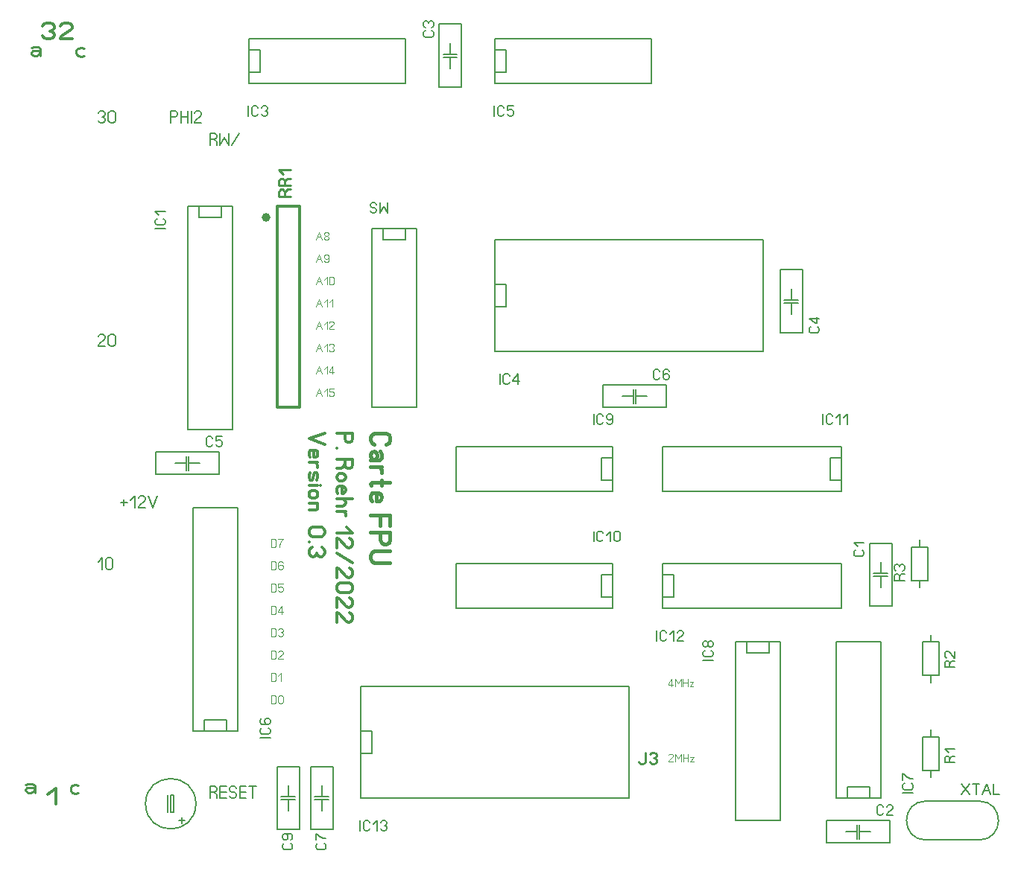
<source format=gbr>
%FSLAX34Y34*%
%MOMM*%
%LNSILK_TOP*%
G71*
G01*
%ADD10C,0.318*%
%ADD11C,0.222*%
%ADD12C,0.150*%
%ADD13C,0.206*%
%ADD14C,0.111*%
%ADD15C,0.300*%
%ADD16C,1.000*%
%ADD17C,0.238*%
%ADD18C,0.397*%
%ADD19C,0.167*%
%LPD*%
G54D10*
X101600Y30161D02*
X110489Y36828D01*
X110489Y19050D01*
G54D11*
X136627Y31426D02*
X133071Y30760D01*
X129515Y31426D01*
X127738Y33649D01*
X127738Y38093D01*
X129515Y40315D01*
X133071Y40760D01*
X136627Y40315D01*
G54D11*
X76200Y40639D02*
X79755Y41750D01*
X84022Y41750D01*
X86867Y39528D01*
X86867Y31750D01*
G54D11*
X86867Y35083D02*
X85089Y37306D01*
X81533Y37750D01*
X77978Y37306D01*
X76200Y35083D01*
X76911Y32861D01*
X79755Y31750D01*
X81533Y31750D01*
X82244Y31750D01*
X85089Y32861D01*
X86867Y35083D01*
G54D10*
X95250Y903444D02*
X97028Y905667D01*
X100583Y906778D01*
X104139Y906778D01*
X107694Y905667D01*
X109472Y903444D01*
X109472Y901222D01*
X107694Y899000D01*
X104139Y897889D01*
X107694Y896778D01*
X109472Y894556D01*
X109472Y892333D01*
X107694Y890111D01*
X104139Y889000D01*
X100583Y889000D01*
X97028Y890111D01*
X95250Y892333D01*
G54D10*
X129916Y889000D02*
X115694Y889000D01*
X115694Y890111D01*
X117472Y892333D01*
X128138Y899000D01*
X129916Y901222D01*
X129916Y903444D01*
X128138Y905667D01*
X124583Y906778D01*
X121027Y906778D01*
X117472Y905667D01*
X115694Y903444D01*
G54D11*
X142977Y869626D02*
X139421Y868960D01*
X135865Y869626D01*
X134088Y871849D01*
X134088Y876293D01*
X135865Y878515D01*
X139421Y878960D01*
X142977Y878515D01*
G54D11*
X82550Y878839D02*
X86106Y879950D01*
X90372Y879950D01*
X93217Y877728D01*
X93217Y869950D01*
G54D11*
X93217Y873283D02*
X91439Y875506D01*
X87883Y875950D01*
X84328Y875506D01*
X82550Y873283D01*
X83261Y871061D01*
X86106Y869950D01*
X87883Y869950D01*
X88594Y869950D01*
X91439Y871061D01*
X93217Y873283D01*
G54D12*
X311150Y698500D02*
X260350Y698500D01*
X260350Y444500D01*
X311150Y444500D01*
X311150Y698500D01*
G54D12*
X298450Y698500D02*
X273050Y698500D01*
X273050Y685800D01*
X298450Y685800D01*
X298450Y698500D01*
G54D13*
X235055Y673545D02*
X223500Y673545D01*
G54D13*
X232889Y684522D02*
X234333Y683656D01*
X235055Y681922D01*
X235055Y680189D01*
X234333Y678456D01*
X232889Y677589D01*
X225667Y677589D01*
X224222Y678456D01*
X223500Y680189D01*
X223500Y681922D01*
X224222Y683656D01*
X225667Y684522D01*
G54D13*
X227833Y688566D02*
X223500Y692899D01*
X235055Y692899D01*
G54D14*
X406400Y660400D02*
X409733Y669289D01*
X413067Y660400D01*
G54D14*
X407733Y663733D02*
X411733Y663733D01*
G54D14*
X418844Y664844D02*
X417511Y664844D01*
X416178Y665400D01*
X415511Y666511D01*
X415511Y667622D01*
X416178Y668733D01*
X417511Y669289D01*
X418844Y669289D01*
X420178Y668733D01*
X420844Y667622D01*
X420844Y666511D01*
X420178Y665400D01*
X418844Y664844D01*
X420178Y664289D01*
X420844Y663178D01*
X420844Y662067D01*
X420178Y660956D01*
X418844Y660400D01*
X417511Y660400D01*
X416178Y660956D01*
X415511Y662067D01*
X415511Y663178D01*
X416178Y664289D01*
X417511Y664844D01*
G54D14*
X406400Y635000D02*
X409733Y643889D01*
X413067Y635000D01*
G54D14*
X407733Y638333D02*
X411733Y638333D01*
G54D14*
X415511Y636667D02*
X416178Y635556D01*
X417511Y635000D01*
X418844Y635000D01*
X420178Y635556D01*
X420844Y636667D01*
X420844Y639444D01*
X420844Y640000D01*
X418844Y638889D01*
X417511Y638889D01*
X416178Y639444D01*
X415511Y640556D01*
X415511Y642222D01*
X416178Y643333D01*
X417511Y643889D01*
X418844Y643889D01*
X420178Y643333D01*
X420844Y642222D01*
X420844Y639444D01*
G54D14*
X406400Y609600D02*
X409733Y618489D01*
X413067Y609600D01*
G54D14*
X407733Y612933D02*
X411733Y612933D01*
G54D14*
X415511Y615156D02*
X418844Y618489D01*
X418844Y609600D01*
G54D14*
X426621Y616822D02*
X426621Y611267D01*
X425955Y610156D01*
X424621Y609600D01*
X423288Y609600D01*
X421955Y610156D01*
X421288Y611267D01*
X421288Y616822D01*
X421955Y617933D01*
X423288Y618489D01*
X424621Y618489D01*
X425955Y617933D01*
X426621Y616822D01*
G54D14*
X406400Y584200D02*
X409733Y593089D01*
X413067Y584200D01*
G54D14*
X407733Y587533D02*
X411733Y587533D01*
G54D14*
X415511Y589756D02*
X418844Y593089D01*
X418844Y584200D01*
G54D14*
X421288Y589756D02*
X424621Y593089D01*
X424621Y584200D01*
G54D14*
X406400Y558800D02*
X409733Y567689D01*
X413067Y558800D01*
G54D14*
X407733Y562133D02*
X411733Y562133D01*
G54D14*
X415511Y564356D02*
X418844Y567689D01*
X418844Y558800D01*
G54D14*
X426621Y558800D02*
X421288Y558800D01*
X421288Y559356D01*
X421955Y560467D01*
X425955Y563800D01*
X426621Y564911D01*
X426621Y566022D01*
X425955Y567133D01*
X424621Y567689D01*
X423288Y567689D01*
X421955Y567133D01*
X421288Y566022D01*
G54D14*
X406400Y533400D02*
X409733Y542289D01*
X413067Y533400D01*
G54D14*
X407733Y536733D02*
X411733Y536733D01*
G54D14*
X415511Y538956D02*
X418844Y542289D01*
X418844Y533400D01*
G54D14*
X421288Y540622D02*
X421955Y541733D01*
X423288Y542289D01*
X424621Y542289D01*
X425955Y541733D01*
X426621Y540622D01*
X426621Y539511D01*
X425955Y538400D01*
X424621Y537844D01*
X425955Y537289D01*
X426621Y536178D01*
X426621Y535067D01*
X425955Y533956D01*
X424621Y533400D01*
X423288Y533400D01*
X421955Y533956D01*
X421288Y535067D01*
G54D14*
X406400Y508000D02*
X409733Y516889D01*
X413067Y508000D01*
G54D14*
X407733Y511333D02*
X411733Y511333D01*
G54D14*
X415511Y513556D02*
X418844Y516889D01*
X418844Y508000D01*
G54D14*
X425288Y508000D02*
X425288Y516889D01*
X421288Y511333D01*
X421288Y510222D01*
X426621Y510222D01*
G54D14*
X406400Y482600D02*
X409733Y491489D01*
X413067Y482600D01*
G54D14*
X407733Y485933D02*
X411733Y485933D01*
G54D14*
X415511Y488156D02*
X418844Y491489D01*
X418844Y482600D01*
G54D14*
X426621Y491489D02*
X421288Y491489D01*
X421288Y487600D01*
X421955Y487600D01*
X423288Y488156D01*
X424621Y488156D01*
X425955Y487600D01*
X426621Y486489D01*
X426621Y484267D01*
X425955Y483156D01*
X424621Y482600D01*
X423288Y482600D01*
X421955Y483156D01*
X421288Y484267D01*
G54D15*
X361950Y469900D02*
X361950Y698500D01*
X387350Y698500D01*
X387350Y469900D01*
X361950Y469900D01*
X349250Y685800D02*
G54D16*
D03*
G54D17*
X371083Y713700D02*
X372750Y716700D01*
X374417Y717700D01*
X377750Y717700D01*
G54D17*
X377750Y709700D02*
X364417Y709700D01*
X364417Y714700D01*
X365250Y716700D01*
X366917Y717700D01*
X368583Y717700D01*
X370250Y716700D01*
X371083Y714700D01*
X371083Y709700D01*
G54D17*
X371083Y726367D02*
X372750Y729367D01*
X374417Y730367D01*
X377750Y730367D01*
G54D17*
X377750Y722367D02*
X364417Y722367D01*
X364417Y727367D01*
X365250Y729367D01*
X366917Y730367D01*
X368583Y730367D01*
X370250Y729367D01*
X371083Y727367D01*
X371083Y722367D01*
G54D17*
X369417Y735034D02*
X364417Y740034D01*
X377750Y740034D01*
G54D12*
X330200Y889000D02*
X330200Y838200D01*
X508000Y838200D01*
X508000Y889000D01*
X330200Y889000D01*
G54D12*
X330200Y876300D02*
X330200Y850900D01*
X342900Y850900D01*
X342900Y876300D01*
X330200Y876300D01*
G54D13*
X329450Y801350D02*
X329450Y812906D01*
G54D13*
X340427Y803517D02*
X339561Y802072D01*
X337827Y801350D01*
X336094Y801350D01*
X334361Y802072D01*
X333494Y803517D01*
X333494Y810739D01*
X334361Y812183D01*
X336094Y812906D01*
X337827Y812906D01*
X339561Y812183D01*
X340427Y810739D01*
G54D13*
X344471Y810739D02*
X345338Y812183D01*
X347071Y812906D01*
X348804Y812906D01*
X350538Y812183D01*
X351404Y810739D01*
X351404Y809294D01*
X350538Y807850D01*
X348804Y807128D01*
X350538Y806406D01*
X351404Y804961D01*
X351404Y803517D01*
X350538Y802072D01*
X348804Y801350D01*
X347071Y801350D01*
X345338Y802072D01*
X344471Y803517D01*
G54D12*
X609600Y660400D02*
X609600Y533400D01*
X914400Y533400D01*
X914400Y660400D01*
X609600Y660400D01*
G54D12*
X609600Y609600D02*
X609600Y584200D01*
X622300Y584200D01*
X622300Y609600D01*
X609600Y609600D01*
G54D13*
X615200Y496550D02*
X615200Y508106D01*
G54D13*
X626178Y498717D02*
X625311Y497272D01*
X623578Y496550D01*
X621844Y496550D01*
X620111Y497272D01*
X619244Y498717D01*
X619244Y505939D01*
X620111Y507383D01*
X621844Y508106D01*
X623578Y508106D01*
X625311Y507383D01*
X626178Y505939D01*
G54D13*
X635421Y496550D02*
X635421Y508106D01*
X630222Y500883D01*
X630222Y499439D01*
X637155Y499439D01*
G54D12*
X609600Y889000D02*
X609600Y838200D01*
X787400Y838200D01*
X787400Y889000D01*
X609600Y889000D01*
G54D12*
X609600Y876300D02*
X609600Y850900D01*
X622300Y850900D01*
X622300Y876300D01*
X609600Y876300D01*
G54D13*
X608850Y801350D02*
X608850Y812906D01*
G54D13*
X619827Y803517D02*
X618961Y802072D01*
X617227Y801350D01*
X615494Y801350D01*
X613761Y802072D01*
X612894Y803517D01*
X612894Y810739D01*
X613761Y812183D01*
X615494Y812906D01*
X617227Y812906D01*
X618961Y812183D01*
X619827Y810739D01*
G54D13*
X630804Y812906D02*
X623871Y812906D01*
X623871Y807850D01*
X624738Y807850D01*
X626471Y808572D01*
X628204Y808572D01*
X629938Y807850D01*
X630804Y806406D01*
X630804Y803517D01*
X629938Y802072D01*
X628204Y801350D01*
X626471Y801350D01*
X624738Y802072D01*
X623871Y803517D01*
G54D12*
X266700Y101600D02*
X317500Y101600D01*
X317500Y355600D01*
X266700Y355600D01*
X266700Y101600D01*
G54D12*
X279400Y101600D02*
X304800Y101600D01*
X304800Y114300D01*
X279400Y114300D01*
X279400Y101600D01*
G54D13*
X354350Y94500D02*
X342794Y94500D01*
G54D13*
X352183Y105477D02*
X353628Y104611D01*
X354350Y102877D01*
X354350Y101144D01*
X353628Y99411D01*
X352183Y98544D01*
X344961Y98544D01*
X343517Y99411D01*
X342794Y101144D01*
X342794Y102877D01*
X343517Y104611D01*
X344961Y105477D01*
G54D13*
X344961Y116454D02*
X343517Y115588D01*
X342794Y113854D01*
X342794Y112121D01*
X343517Y110388D01*
X344961Y109521D01*
X348572Y109521D01*
X349294Y109521D01*
X347850Y112121D01*
X347850Y113854D01*
X348572Y115588D01*
X350017Y116454D01*
X352183Y116454D01*
X353628Y115588D01*
X354350Y113854D01*
X354350Y112121D01*
X353628Y110388D01*
X352183Y109521D01*
X348572Y109521D01*
G54D12*
X996950Y25400D02*
X1047750Y25400D01*
X1047750Y203200D01*
X996950Y203200D01*
X996950Y25400D01*
G54D12*
X1009650Y25400D02*
X1035050Y25400D01*
X1035050Y38100D01*
X1009650Y38100D01*
X1009650Y25400D01*
G54D13*
X1084600Y31130D02*
X1073044Y31130D01*
G54D13*
X1082433Y42108D02*
X1083878Y41241D01*
X1084600Y39508D01*
X1084600Y37774D01*
X1083878Y36041D01*
X1082433Y35174D01*
X1075211Y35174D01*
X1073766Y36041D01*
X1073044Y37774D01*
X1073044Y39508D01*
X1073766Y41241D01*
X1075211Y42108D01*
G54D13*
X1073044Y46151D02*
X1073044Y53085D01*
X1074489Y52218D01*
X1076656Y50485D01*
X1079544Y48751D01*
X1081711Y47885D01*
X1084600Y47885D01*
G54D12*
X1114400Y57200D02*
X1095400Y57200D01*
X1095400Y95200D01*
X1114400Y95200D01*
X1114400Y57200D01*
G54D12*
X1104900Y57100D02*
X1104900Y49200D01*
G54D12*
X1104900Y95200D02*
X1104900Y103100D01*
G54D13*
X1126372Y69666D02*
X1127816Y72266D01*
X1129261Y73133D01*
X1132150Y73133D01*
G54D13*
X1132150Y66200D02*
X1120594Y66200D01*
X1120594Y70533D01*
X1121316Y72266D01*
X1122761Y73133D01*
X1124205Y73133D01*
X1125650Y72266D01*
X1126372Y70533D01*
X1126372Y66200D01*
G54D13*
X1124927Y77176D02*
X1120594Y81510D01*
X1132150Y81510D01*
G54D12*
X1114400Y165150D02*
X1095400Y165150D01*
X1095400Y203150D01*
X1114400Y203150D01*
X1114400Y165150D01*
G54D12*
X1104900Y165050D02*
X1104900Y157150D01*
G54D12*
X1104900Y203150D02*
X1104900Y211050D01*
G54D13*
X1126372Y177616D02*
X1127816Y180216D01*
X1129261Y181083D01*
X1132150Y181083D01*
G54D13*
X1132150Y174150D02*
X1120594Y174150D01*
X1120594Y178483D01*
X1121316Y180216D01*
X1122761Y181083D01*
X1124205Y181083D01*
X1125650Y180216D01*
X1126372Y178483D01*
X1126372Y174150D01*
G54D13*
X1132150Y192060D02*
X1132150Y185126D01*
X1131427Y185126D01*
X1129983Y185993D01*
X1125650Y191193D01*
X1124205Y192060D01*
X1122761Y192060D01*
X1121316Y191193D01*
X1120594Y189460D01*
X1120594Y187726D01*
X1121316Y185993D01*
X1122761Y185126D01*
G54D12*
X1099200Y22200D02*
X1159500Y22200D01*
G54D12*
X1099300Y-22200D02*
X1159600Y-22200D01*
G54D12*
G75*
G01X1099400Y22200D02*
G03X1099400Y-22200I0J-22200D01*
G01*
G54D12*
G75*
G01X1159500Y-22200D02*
G03X1159500Y22200I0J22200D01*
G01*
G54D13*
X1139951Y41456D02*
X1148618Y29900D01*
G54D13*
X1139951Y29900D02*
X1148618Y41456D01*
G54D13*
X1156129Y29900D02*
X1156129Y41456D01*
G54D13*
X1152662Y41456D02*
X1159595Y41456D01*
G54D13*
X1163639Y29900D02*
X1167972Y41456D01*
X1172306Y29900D01*
G54D13*
X1165372Y34233D02*
X1170572Y34233D01*
G54D13*
X1176350Y41456D02*
X1176350Y29900D01*
X1182417Y29900D01*
G54D12*
X933450Y203200D02*
X882650Y203200D01*
X882650Y0D01*
X933450Y0D01*
X933450Y203200D01*
G54D12*
X920750Y203200D02*
X895350Y203200D01*
X895350Y190500D01*
X920750Y190500D01*
X920750Y203200D01*
G54D13*
X857355Y181996D02*
X845800Y181996D01*
G54D13*
X855188Y192973D02*
X856633Y192107D01*
X857355Y190373D01*
X857355Y188640D01*
X856633Y186907D01*
X855188Y186040D01*
X847966Y186040D01*
X846522Y186907D01*
X845800Y188640D01*
X845800Y190373D01*
X846522Y192107D01*
X847966Y192973D01*
G54D13*
X851577Y201350D02*
X851577Y199617D01*
X850855Y197884D01*
X849410Y197017D01*
X847966Y197017D01*
X846522Y197884D01*
X845800Y199617D01*
X845800Y201350D01*
X846522Y203084D01*
X847966Y203950D01*
X849410Y203950D01*
X850855Y203084D01*
X851577Y201350D01*
X852300Y203084D01*
X853744Y203950D01*
X855188Y203950D01*
X856633Y203084D01*
X857355Y201350D01*
X857355Y199617D01*
X856633Y197884D01*
X855188Y197017D01*
X853744Y197017D01*
X852300Y197884D01*
X851577Y199617D01*
G54D12*
X742950Y374650D02*
X742950Y425450D01*
X565150Y425450D01*
X565150Y374650D01*
X742950Y374650D01*
G54D12*
X742950Y387350D02*
X742950Y412750D01*
X730250Y412750D01*
X730250Y387350D01*
X742950Y387350D01*
G54D13*
X721746Y450744D02*
X721746Y462300D01*
G54D13*
X732723Y452911D02*
X731856Y451467D01*
X730123Y450744D01*
X728390Y450744D01*
X726656Y451467D01*
X725790Y452911D01*
X725790Y460133D01*
X726656Y461578D01*
X728390Y462300D01*
X730123Y462300D01*
X731856Y461578D01*
X732723Y460133D01*
G54D13*
X736767Y452911D02*
X737633Y451467D01*
X739367Y450744D01*
X741100Y450744D01*
X742833Y451467D01*
X743700Y452911D01*
X743700Y456522D01*
X743700Y457244D01*
X741100Y455800D01*
X739367Y455800D01*
X737633Y456522D01*
X736767Y457967D01*
X736767Y460133D01*
X737633Y461578D01*
X739367Y462300D01*
X741100Y462300D01*
X742833Y461578D01*
X743700Y460133D01*
X743700Y456522D01*
G54D12*
X1003300Y374650D02*
X1003300Y425450D01*
X800100Y425450D01*
X800100Y374650D01*
X1003300Y374650D01*
G54D12*
X1003300Y387350D02*
X1003300Y412750D01*
X990600Y412750D01*
X990600Y387350D01*
X1003300Y387350D01*
G54D13*
X982096Y450745D02*
X982096Y462300D01*
G54D13*
X993073Y452912D02*
X992207Y451467D01*
X990473Y450745D01*
X988740Y450745D01*
X987007Y451467D01*
X986140Y452912D01*
X986140Y460134D01*
X987007Y461578D01*
X988740Y462300D01*
X990473Y462300D01*
X992207Y461578D01*
X993073Y460134D01*
G54D13*
X997117Y457967D02*
X1001450Y462300D01*
X1001450Y450745D01*
G54D13*
X1005494Y457967D02*
X1009827Y462300D01*
X1009827Y450745D01*
G54D12*
X742950Y241300D02*
X742950Y292100D01*
X565150Y292100D01*
X565150Y241300D01*
X742950Y241300D01*
G54D12*
X742950Y254000D02*
X742950Y279400D01*
X730250Y279400D01*
X730250Y254000D01*
X742950Y254000D01*
G54D13*
X721746Y317394D02*
X721746Y328950D01*
G54D13*
X732723Y319561D02*
X731856Y318117D01*
X730123Y317394D01*
X728390Y317394D01*
X726656Y318117D01*
X725790Y319561D01*
X725790Y326783D01*
X726656Y328228D01*
X728390Y328950D01*
X730123Y328950D01*
X731856Y328228D01*
X732723Y326783D01*
G54D13*
X736766Y324617D02*
X741100Y328950D01*
X741100Y317394D01*
G54D13*
X752077Y326783D02*
X752077Y319561D01*
X751210Y318117D01*
X749477Y317394D01*
X747744Y317394D01*
X746010Y318117D01*
X745144Y319561D01*
X745144Y326783D01*
X746010Y328228D01*
X747744Y328950D01*
X749477Y328950D01*
X751210Y328228D01*
X752077Y326783D01*
G54D12*
X800100Y292100D02*
X800100Y241300D01*
X1003300Y241300D01*
X1003300Y292100D01*
X800100Y292100D01*
G54D12*
X800100Y279400D02*
X800100Y254000D01*
X812800Y254000D01*
X812800Y279400D01*
X800100Y279400D01*
G54D13*
X793573Y204450D02*
X793573Y216005D01*
G54D13*
X804550Y206616D02*
X803684Y205172D01*
X801950Y204450D01*
X800217Y204450D01*
X798484Y205172D01*
X797617Y206616D01*
X797617Y213838D01*
X798484Y215283D01*
X800217Y216005D01*
X801950Y216005D01*
X803684Y215283D01*
X804550Y213838D01*
G54D13*
X808594Y211672D02*
X812927Y216005D01*
X812927Y204450D01*
G54D13*
X823904Y204450D02*
X816971Y204450D01*
X816971Y205172D01*
X817838Y206616D01*
X823038Y210950D01*
X823904Y212394D01*
X823904Y213838D01*
X823038Y215283D01*
X821304Y216005D01*
X819571Y216005D01*
X817838Y215283D01*
X816971Y213838D01*
G54D12*
X1060450Y315200D02*
X1035050Y315200D01*
X1035050Y243600D01*
X1060450Y243600D01*
X1060450Y315200D01*
G54D12*
X1055750Y281000D02*
X1039750Y281000D01*
G54D12*
X1055750Y277800D02*
X1039750Y277800D01*
G54D12*
X1047750Y293700D02*
X1047750Y281000D01*
G54D12*
X1047750Y277800D02*
X1047750Y265100D01*
G54D13*
X1026739Y307573D02*
X1028184Y306707D01*
X1028906Y304973D01*
X1028906Y303240D01*
X1028184Y301507D01*
X1026739Y300640D01*
X1019517Y300640D01*
X1018073Y301507D01*
X1017350Y303240D01*
X1017350Y304973D01*
X1018073Y306707D01*
X1019517Y307573D01*
G54D13*
X1021684Y311617D02*
X1017350Y315950D01*
X1028906Y315950D01*
G54D12*
X1101700Y273100D02*
X1082700Y273100D01*
X1082700Y311100D01*
X1101700Y311100D01*
X1101700Y273100D01*
G54D12*
X1092200Y273000D02*
X1092200Y265100D01*
G54D12*
X1092200Y311100D02*
X1092200Y319000D01*
G54D13*
X1069083Y276617D02*
X1070527Y279217D01*
X1071972Y280083D01*
X1074860Y280083D01*
G54D13*
X1074860Y273150D02*
X1063305Y273150D01*
X1063305Y277483D01*
X1064027Y279217D01*
X1065472Y280083D01*
X1066916Y280083D01*
X1068360Y279217D01*
X1069083Y277483D01*
X1069083Y273150D01*
G54D13*
X1065472Y284127D02*
X1064027Y284994D01*
X1063305Y286727D01*
X1063305Y288460D01*
X1064027Y290194D01*
X1065472Y291060D01*
X1066916Y291060D01*
X1068360Y290194D01*
X1069083Y288460D01*
X1069805Y290194D01*
X1071249Y291060D01*
X1072694Y291060D01*
X1074138Y290194D01*
X1074860Y288460D01*
X1074860Y286727D01*
X1074138Y284994D01*
X1072694Y284127D01*
G54D12*
X457200Y152400D02*
X457200Y25400D01*
X762000Y25400D01*
X762000Y152400D01*
X457200Y152400D01*
G54D12*
X457200Y101600D02*
X457200Y76200D01*
X469900Y76200D01*
X469900Y101600D01*
X457200Y101600D01*
G54D13*
X456450Y-11450D02*
X456450Y106D01*
G54D13*
X467427Y-9283D02*
X466561Y-10728D01*
X464827Y-11450D01*
X463094Y-11450D01*
X461361Y-10728D01*
X460494Y-9283D01*
X460494Y-2061D01*
X461361Y-617D01*
X463094Y106D01*
X464827Y106D01*
X466561Y-617D01*
X467427Y-2061D01*
G54D13*
X471471Y-4228D02*
X475804Y106D01*
X475804Y-11450D01*
G54D13*
X479848Y-2061D02*
X480715Y-617D01*
X482448Y106D01*
X484181Y106D01*
X485915Y-617D01*
X486781Y-2061D01*
X486781Y-3506D01*
X485915Y-4950D01*
X484181Y-5672D01*
X485915Y-6394D01*
X486781Y-7839D01*
X486781Y-9283D01*
X485915Y-10728D01*
X484181Y-11450D01*
X482448Y-11450D01*
X480715Y-10728D01*
X479848Y-9283D01*
G54D12*
X1058150Y-25400D02*
X1058150Y0D01*
X986550Y0D01*
X986550Y-25400D01*
X1058150Y-25400D01*
G54D12*
X1023950Y-20700D02*
X1023950Y-4700D01*
G54D12*
X1020750Y-20700D02*
X1020750Y-4700D01*
G54D12*
X1036650Y-12700D02*
X1023950Y-12700D01*
G54D12*
X1020750Y-12700D02*
X1008050Y-12700D01*
G54D13*
X1050523Y8311D02*
X1049657Y6866D01*
X1047923Y6144D01*
X1046190Y6144D01*
X1044457Y6866D01*
X1043590Y8311D01*
X1043590Y15533D01*
X1044457Y16977D01*
X1046190Y17700D01*
X1047923Y17700D01*
X1049657Y16977D01*
X1050523Y15533D01*
G54D13*
X1061500Y6144D02*
X1054567Y6144D01*
X1054567Y6866D01*
X1055434Y8311D01*
X1060634Y12644D01*
X1061500Y14088D01*
X1061500Y15533D01*
X1060634Y16977D01*
X1058900Y17700D01*
X1057167Y17700D01*
X1055434Y16977D01*
X1054567Y15533D01*
G54D12*
X571500Y905750D02*
X546100Y905750D01*
X546100Y834150D01*
X571500Y834150D01*
X571500Y905750D01*
G54D12*
X566800Y871550D02*
X550800Y871550D01*
G54D12*
X566800Y868350D02*
X550800Y868350D01*
G54D12*
X558800Y884250D02*
X558800Y871550D01*
G54D12*
X558800Y868350D02*
X558800Y855650D01*
G54D13*
X537789Y898123D02*
X539234Y897257D01*
X539956Y895523D01*
X539956Y893790D01*
X539234Y892057D01*
X537789Y891190D01*
X530567Y891190D01*
X529123Y892057D01*
X528400Y893790D01*
X528400Y895523D01*
X529123Y897257D01*
X530567Y898123D01*
G54D13*
X530567Y902167D02*
X529123Y903034D01*
X528400Y904767D01*
X528400Y906500D01*
X529123Y908234D01*
X530567Y909100D01*
X532012Y909100D01*
X533456Y908234D01*
X534178Y906500D01*
X534900Y908234D01*
X536345Y909100D01*
X537789Y909100D01*
X539234Y908234D01*
X539956Y906500D01*
X539956Y904767D01*
X539234Y903034D01*
X537789Y902167D01*
G54D12*
X958850Y626350D02*
X933450Y626350D01*
X933450Y554750D01*
X958850Y554750D01*
X958850Y626350D01*
G54D12*
X954150Y592150D02*
X938150Y592150D01*
G54D12*
X954150Y588950D02*
X938150Y588950D01*
G54D12*
X946150Y604850D02*
X946150Y592150D01*
G54D12*
X946150Y588950D02*
X946150Y576250D01*
G54D13*
X975939Y561573D02*
X977384Y560707D01*
X978106Y558973D01*
X978106Y557240D01*
X977384Y555507D01*
X975939Y554640D01*
X968717Y554640D01*
X967273Y555507D01*
X966550Y557240D01*
X966550Y558973D01*
X967273Y560707D01*
X968717Y561573D01*
G54D13*
X978106Y570817D02*
X966550Y570817D01*
X973773Y565617D01*
X975217Y565617D01*
X975217Y572550D01*
G54D12*
X296150Y393700D02*
X296150Y419100D01*
X224550Y419100D01*
X224550Y393700D01*
X296150Y393700D01*
G54D12*
X261950Y398400D02*
X261950Y414400D01*
G54D12*
X258750Y398400D02*
X258750Y414400D01*
G54D12*
X274650Y406400D02*
X261950Y406400D01*
G54D12*
X258750Y406400D02*
X246050Y406400D01*
G54D13*
X288523Y427411D02*
X287657Y425966D01*
X285923Y425244D01*
X284190Y425244D01*
X282457Y425966D01*
X281590Y427411D01*
X281590Y434633D01*
X282457Y436077D01*
X284190Y436800D01*
X285923Y436800D01*
X287657Y436077D01*
X288523Y434633D01*
G54D13*
X299500Y436800D02*
X292567Y436800D01*
X292567Y431744D01*
X293434Y431744D01*
X295167Y432466D01*
X296900Y432466D01*
X298634Y431744D01*
X299500Y430300D01*
X299500Y427411D01*
X298634Y425966D01*
X296900Y425244D01*
X295167Y425244D01*
X293434Y425966D01*
X292567Y427411D01*
G54D12*
X804150Y469900D02*
X804150Y495300D01*
X732550Y495300D01*
X732550Y469900D01*
X804150Y469900D01*
G54D12*
X769950Y474600D02*
X769950Y490600D01*
G54D12*
X766750Y474600D02*
X766750Y490600D01*
G54D12*
X782650Y482600D02*
X769950Y482600D01*
G54D12*
X766750Y482600D02*
X754050Y482600D01*
G54D13*
X796523Y503611D02*
X795657Y502166D01*
X793923Y501444D01*
X792190Y501444D01*
X790457Y502166D01*
X789590Y503611D01*
X789590Y510833D01*
X790457Y512277D01*
X792190Y513000D01*
X793923Y513000D01*
X795657Y512277D01*
X796523Y510833D01*
G54D13*
X807500Y510833D02*
X806634Y512277D01*
X804900Y513000D01*
X803167Y513000D01*
X801434Y512277D01*
X800567Y510833D01*
X800567Y507222D01*
X800567Y506500D01*
X803167Y507944D01*
X804900Y507944D01*
X806634Y507222D01*
X807500Y505777D01*
X807500Y503611D01*
X806634Y502166D01*
X804900Y501444D01*
X803167Y501444D01*
X801434Y502166D01*
X800567Y503611D01*
X800567Y507222D01*
G54D12*
X400050Y-10400D02*
X425450Y-10400D01*
X425450Y61200D01*
X400050Y61200D01*
X400050Y-10400D01*
G54D12*
X404750Y23800D02*
X420750Y23800D01*
G54D12*
X404750Y27000D02*
X420750Y27000D01*
G54D12*
X412750Y11100D02*
X412750Y23800D01*
G54D12*
X412750Y27000D02*
X412750Y39700D01*
G54D13*
X415583Y-25867D02*
X417028Y-26733D01*
X417750Y-28467D01*
X417750Y-30200D01*
X417028Y-31933D01*
X415583Y-32800D01*
X408361Y-32800D01*
X406917Y-31933D01*
X406194Y-30200D01*
X406194Y-28467D01*
X406917Y-26733D01*
X408361Y-25867D01*
G54D13*
X406194Y-21823D02*
X406194Y-14890D01*
X407639Y-15756D01*
X409806Y-17490D01*
X412694Y-19223D01*
X414861Y-20090D01*
X417750Y-20090D01*
G54D18*
X472416Y427443D02*
X469638Y429109D01*
X468249Y432443D01*
X468249Y435776D01*
X469638Y439109D01*
X472416Y440776D01*
X486304Y440776D01*
X489082Y439109D01*
X490471Y435776D01*
X490471Y432443D01*
X489082Y429109D01*
X486304Y427443D01*
G54D18*
X479360Y419665D02*
X480749Y416332D01*
X480749Y412332D01*
X477971Y409665D01*
X468249Y409665D01*
G54D18*
X472416Y409665D02*
X475193Y411332D01*
X475749Y414665D01*
X475193Y417998D01*
X472416Y419665D01*
X469638Y418998D01*
X468249Y416332D01*
X468249Y414665D01*
X468249Y413998D01*
X469638Y411332D01*
X472416Y409665D01*
G54D18*
X468249Y401887D02*
X480749Y401887D01*
G54D18*
X477971Y401887D02*
X480749Y398554D01*
X480749Y395220D01*
G54D18*
X490471Y384109D02*
X469638Y384109D01*
X468249Y382442D01*
X468804Y380775D01*
G54D18*
X480749Y387442D02*
X480749Y380775D01*
G54D18*
X469638Y362997D02*
X468249Y365664D01*
X468249Y368997D01*
X469638Y372330D01*
X472416Y372997D01*
X477138Y372997D01*
X479916Y371330D01*
X480749Y367997D01*
X479916Y364664D01*
X477971Y362997D01*
X475194Y362997D01*
X475194Y372997D01*
G54D18*
X468249Y347108D02*
X490471Y347108D01*
X490471Y335441D01*
G54D18*
X479360Y347108D02*
X479360Y335441D01*
G54D18*
X468249Y327663D02*
X490471Y327663D01*
X490471Y319330D01*
X489082Y315996D01*
X486304Y314330D01*
X483527Y314330D01*
X480749Y315996D01*
X479360Y319330D01*
X479360Y327663D01*
G54D18*
X490471Y306552D02*
X472416Y306552D01*
X469638Y304885D01*
X468249Y301552D01*
X468249Y298219D01*
X469638Y294885D01*
X472416Y293219D01*
X490471Y293219D01*
G54D10*
X430149Y440776D02*
X447927Y440776D01*
X447927Y434109D01*
X446816Y431443D01*
X444593Y430109D01*
X442371Y430109D01*
X440149Y431443D01*
X439038Y434109D01*
X439038Y440776D01*
G54D10*
X430149Y423887D02*
X430149Y423887D01*
G54D10*
X439038Y405843D02*
X436816Y401843D01*
X434593Y400509D01*
X430149Y400509D01*
G54D10*
X430149Y411176D02*
X447927Y411176D01*
X447927Y404509D01*
X446816Y401843D01*
X444593Y400509D01*
X442371Y400509D01*
X440149Y401843D01*
X439038Y404509D01*
X439038Y411176D01*
G54D10*
X432816Y386287D02*
X437260Y386287D01*
X439482Y387620D01*
X440149Y390287D01*
X439482Y392954D01*
X437260Y394287D01*
X432816Y394287D01*
X430593Y392954D01*
X430149Y390287D01*
X430593Y387620D01*
X432816Y386287D01*
G54D10*
X431260Y372065D02*
X430149Y374198D01*
X430149Y376865D01*
X431260Y379532D01*
X433482Y380065D01*
X437260Y380065D01*
X439482Y378732D01*
X440149Y376065D01*
X439482Y373398D01*
X437927Y372065D01*
X435705Y372065D01*
X435705Y380065D01*
G54D10*
X430149Y365843D02*
X447927Y365843D01*
G54D10*
X437260Y365843D02*
X439482Y364510D01*
X440149Y361843D01*
X439482Y359176D01*
X437260Y357843D01*
X430149Y357843D01*
G54D10*
X430149Y351621D02*
X440149Y351621D01*
G54D10*
X437927Y351621D02*
X440149Y348954D01*
X440149Y346288D01*
G54D10*
X441260Y333577D02*
X447927Y326910D01*
X430149Y326910D01*
G54D10*
X430149Y310021D02*
X430149Y320688D01*
X431260Y320688D01*
X433482Y319355D01*
X440149Y311355D01*
X442371Y310021D01*
X444593Y310021D01*
X446816Y311355D01*
X447927Y314021D01*
X447927Y316688D01*
X446816Y319355D01*
X444593Y320688D01*
G54D10*
X430149Y303799D02*
X447927Y293132D01*
G54D10*
X430149Y276243D02*
X430149Y286910D01*
X431260Y286910D01*
X433482Y285577D01*
X440149Y277577D01*
X442371Y276243D01*
X444593Y276243D01*
X446816Y277577D01*
X447927Y280243D01*
X447927Y282910D01*
X446816Y285577D01*
X444593Y286910D01*
G54D10*
X444593Y259354D02*
X433482Y259354D01*
X431260Y260688D01*
X430149Y263354D01*
X430149Y266021D01*
X431260Y268688D01*
X433482Y270021D01*
X444593Y270021D01*
X446816Y268688D01*
X447927Y266021D01*
X447927Y263354D01*
X446816Y260688D01*
X444593Y259354D01*
G54D10*
X430149Y242465D02*
X430149Y253132D01*
X431260Y253132D01*
X433482Y251799D01*
X440149Y243799D01*
X442371Y242465D01*
X444593Y242465D01*
X446816Y243799D01*
X447927Y246465D01*
X447927Y249132D01*
X446816Y251799D01*
X444593Y253132D01*
G54D10*
X430149Y225576D02*
X430149Y236243D01*
X431260Y236243D01*
X433482Y234910D01*
X440149Y226910D01*
X442371Y225576D01*
X444593Y225576D01*
X446816Y226910D01*
X447927Y229576D01*
X447927Y232243D01*
X446816Y234910D01*
X444593Y236243D01*
G54D10*
X416177Y440776D02*
X398399Y434109D01*
X416177Y427443D01*
G54D10*
X399510Y413221D02*
X398399Y415354D01*
X398399Y418021D01*
X399510Y420688D01*
X401732Y421221D01*
X405510Y421221D01*
X407732Y419888D01*
X408399Y417221D01*
X407732Y414554D01*
X406177Y413221D01*
X403955Y413221D01*
X403955Y421221D01*
G54D10*
X398399Y406999D02*
X408399Y406999D01*
G54D10*
X406177Y406999D02*
X408399Y404332D01*
X408399Y401666D01*
G54D10*
X399510Y395444D02*
X398399Y392777D01*
X398399Y390111D01*
X399510Y387444D01*
X401732Y387444D01*
X402843Y388777D01*
X403955Y394111D01*
X405066Y395444D01*
X407288Y395444D01*
X408399Y392777D01*
X408399Y390111D01*
X407288Y387444D01*
G54D10*
X398399Y381222D02*
X408399Y381222D01*
G54D10*
X411732Y381222D02*
X411732Y381222D01*
G54D10*
X401066Y367000D02*
X405510Y367000D01*
X407732Y368333D01*
X408399Y371000D01*
X407732Y373667D01*
X405510Y375000D01*
X401066Y375000D01*
X398843Y373667D01*
X398399Y371000D01*
X398843Y368333D01*
X401066Y367000D01*
G54D10*
X398399Y360778D02*
X408399Y360778D01*
G54D10*
X406177Y360778D02*
X407732Y359445D01*
X408399Y356778D01*
X407732Y354111D01*
X406177Y352778D01*
X398399Y352778D01*
G54D10*
X412843Y322911D02*
X401732Y322911D01*
X399510Y324245D01*
X398399Y326911D01*
X398399Y329578D01*
X399510Y332245D01*
X401732Y333578D01*
X412843Y333578D01*
X415066Y332245D01*
X416177Y329578D01*
X416177Y326911D01*
X415066Y324245D01*
X412843Y322911D01*
G54D10*
X398399Y316689D02*
X398399Y316689D01*
G54D10*
X412843Y310467D02*
X415066Y309134D01*
X416177Y306467D01*
X416177Y303800D01*
X415066Y301134D01*
X412843Y299800D01*
X410621Y299800D01*
X408399Y301134D01*
X407288Y303800D01*
X406177Y301134D01*
X403955Y299800D01*
X401732Y299800D01*
X399510Y301134D01*
X398399Y303800D01*
X398399Y306467D01*
X399510Y309134D01*
X401732Y310467D01*
G54D14*
X355600Y133350D02*
X355600Y142239D01*
X358933Y142239D01*
X360267Y141683D01*
X360933Y140572D01*
X360933Y135017D01*
X360267Y133906D01*
X358933Y133350D01*
X355600Y133350D01*
G54D14*
X368710Y140572D02*
X368710Y135017D01*
X368044Y133906D01*
X366710Y133350D01*
X365377Y133350D01*
X364044Y133906D01*
X363377Y135017D01*
X363377Y140572D01*
X364044Y141683D01*
X365377Y142239D01*
X366710Y142239D01*
X368044Y141683D01*
X368710Y140572D01*
G54D14*
X355600Y158750D02*
X355600Y167639D01*
X358933Y167639D01*
X360267Y167083D01*
X360933Y165972D01*
X360933Y160417D01*
X360267Y159306D01*
X358933Y158750D01*
X355600Y158750D01*
G54D14*
X363377Y164306D02*
X366710Y167639D01*
X366710Y158750D01*
G54D14*
X355600Y285750D02*
X355600Y294639D01*
X358933Y294639D01*
X360267Y294083D01*
X360933Y292972D01*
X360933Y287417D01*
X360267Y286306D01*
X358933Y285750D01*
X355600Y285750D01*
G54D14*
X368710Y292972D02*
X368044Y294083D01*
X366710Y294639D01*
X365377Y294639D01*
X364044Y294083D01*
X363377Y292972D01*
X363377Y290194D01*
X363377Y289639D01*
X365377Y290750D01*
X366710Y290750D01*
X368044Y290194D01*
X368710Y289083D01*
X368710Y287417D01*
X368044Y286306D01*
X366710Y285750D01*
X365377Y285750D01*
X364044Y286306D01*
X363377Y287417D01*
X363377Y290194D01*
G54D14*
X355600Y260350D02*
X355600Y269239D01*
X358933Y269239D01*
X360267Y268683D01*
X360933Y267572D01*
X360933Y262017D01*
X360267Y260906D01*
X358933Y260350D01*
X355600Y260350D01*
G54D14*
X368710Y269239D02*
X363377Y269239D01*
X363377Y265350D01*
X364044Y265350D01*
X365377Y265906D01*
X366710Y265906D01*
X368044Y265350D01*
X368710Y264239D01*
X368710Y262017D01*
X368044Y260906D01*
X366710Y260350D01*
X365377Y260350D01*
X364044Y260906D01*
X363377Y262017D01*
G54D14*
X355600Y234950D02*
X355600Y243839D01*
X358933Y243839D01*
X360267Y243283D01*
X360933Y242172D01*
X360933Y236617D01*
X360267Y235506D01*
X358933Y234950D01*
X355600Y234950D01*
G54D14*
X367377Y234950D02*
X367377Y243839D01*
X363377Y238283D01*
X363377Y237172D01*
X368710Y237172D01*
G54D14*
X355600Y209550D02*
X355600Y218439D01*
X358933Y218439D01*
X360267Y217883D01*
X360933Y216772D01*
X360933Y211217D01*
X360267Y210106D01*
X358933Y209550D01*
X355600Y209550D01*
G54D14*
X363377Y216772D02*
X364044Y217883D01*
X365377Y218439D01*
X366710Y218439D01*
X368044Y217883D01*
X368710Y216772D01*
X368710Y215661D01*
X368044Y214550D01*
X366710Y213994D01*
X368044Y213439D01*
X368710Y212328D01*
X368710Y211217D01*
X368044Y210106D01*
X366710Y209550D01*
X365377Y209550D01*
X364044Y210106D01*
X363377Y211217D01*
G54D14*
X355600Y184150D02*
X355600Y193039D01*
X358933Y193039D01*
X360267Y192483D01*
X360933Y191372D01*
X360933Y185817D01*
X360267Y184706D01*
X358933Y184150D01*
X355600Y184150D01*
G54D14*
X368710Y184150D02*
X363377Y184150D01*
X363377Y184706D01*
X364044Y185817D01*
X368044Y189150D01*
X368710Y190261D01*
X368710Y191372D01*
X368044Y192483D01*
X366710Y193039D01*
X365377Y193039D01*
X364044Y192483D01*
X363377Y191372D01*
G54D14*
X355600Y311150D02*
X355600Y320039D01*
X358933Y320039D01*
X360267Y319483D01*
X360933Y318372D01*
X360933Y312817D01*
X360267Y311706D01*
X358933Y311150D01*
X355600Y311150D01*
G54D14*
X363377Y320039D02*
X368710Y320039D01*
X368044Y318928D01*
X366710Y317261D01*
X365377Y315039D01*
X364710Y313372D01*
X364710Y311150D01*
G54D19*
X289750Y775017D02*
X292750Y773350D01*
X293750Y771683D01*
X293750Y768350D01*
G54D19*
X285750Y768350D02*
X285750Y781683D01*
X290750Y781683D01*
X292750Y780850D01*
X293750Y779183D01*
X293750Y777517D01*
X292750Y775850D01*
X290750Y775017D01*
X285750Y775017D01*
G54D19*
X297417Y781683D02*
X297417Y768350D01*
X302417Y776683D01*
X307417Y768350D01*
X307417Y781683D01*
G54D19*
X311084Y768350D02*
X319084Y781683D01*
G54D19*
X158750Y294083D02*
X163750Y299083D01*
X163750Y285750D01*
G54D19*
X175417Y296583D02*
X175417Y288250D01*
X174417Y286583D01*
X172417Y285750D01*
X170417Y285750D01*
X168417Y286583D01*
X167417Y288250D01*
X167417Y296583D01*
X168417Y298250D01*
X170417Y299083D01*
X172417Y299083D01*
X174417Y298250D01*
X175417Y296583D01*
G54D19*
X166750Y539750D02*
X158750Y539750D01*
X158750Y540583D01*
X159750Y542250D01*
X165750Y547250D01*
X166750Y548917D01*
X166750Y550583D01*
X165750Y552250D01*
X163750Y553083D01*
X161750Y553083D01*
X159750Y552250D01*
X158750Y550583D01*
G54D19*
X178417Y550583D02*
X178417Y542250D01*
X177417Y540583D01*
X175417Y539750D01*
X173417Y539750D01*
X171417Y540583D01*
X170417Y542250D01*
X170417Y550583D01*
X171417Y552250D01*
X173417Y553083D01*
X175417Y553083D01*
X177417Y552250D01*
X178417Y550583D01*
G54D19*
X158750Y804583D02*
X159750Y806250D01*
X161750Y807083D01*
X163750Y807083D01*
X165750Y806250D01*
X166750Y804583D01*
X166750Y802917D01*
X165750Y801250D01*
X163750Y800417D01*
X165750Y799583D01*
X166750Y797917D01*
X166750Y796250D01*
X165750Y794583D01*
X163750Y793750D01*
X161750Y793750D01*
X159750Y794583D01*
X158750Y796250D01*
G54D19*
X178417Y804583D02*
X178417Y796250D01*
X177417Y794583D01*
X175417Y793750D01*
X173417Y793750D01*
X171417Y794583D01*
X170417Y796250D01*
X170417Y804583D01*
X171417Y806250D01*
X173417Y807083D01*
X175417Y807083D01*
X177417Y806250D01*
X178417Y804583D01*
G54D14*
X812076Y67018D02*
X806742Y67018D01*
X806742Y67574D01*
X807409Y68685D01*
X811409Y72018D01*
X812076Y73130D01*
X812076Y74241D01*
X811409Y75352D01*
X810076Y75907D01*
X808742Y75907D01*
X807409Y75352D01*
X806742Y74241D01*
G54D14*
X814520Y67018D02*
X814520Y75907D01*
X817853Y70352D01*
X821186Y75907D01*
X821186Y67018D01*
G54D14*
X823630Y67018D02*
X823630Y75907D01*
G54D14*
X828964Y67018D02*
X828964Y75907D01*
G54D14*
X823630Y71463D02*
X828964Y71463D01*
G54D14*
X831408Y72018D02*
X835408Y72018D01*
X831408Y67018D01*
X835408Y67018D01*
G54D14*
X810450Y152400D02*
X810450Y161289D01*
X806450Y155733D01*
X806450Y154622D01*
X811783Y154622D01*
G54D14*
X814227Y152400D02*
X814227Y161289D01*
X817560Y155733D01*
X820894Y161289D01*
X820894Y152400D01*
G54D14*
X823338Y152400D02*
X823338Y161289D01*
G54D14*
X828671Y152400D02*
X828671Y161289D01*
G54D14*
X823338Y156844D02*
X828671Y156844D01*
G54D14*
X831115Y157400D02*
X835115Y157400D01*
X831115Y152400D01*
X835115Y152400D01*
G54D12*
X241300Y28550D02*
X244500Y28550D01*
X244500Y9550D01*
X241300Y9550D01*
X241300Y28550D01*
G54D12*
G75*
G01X269900Y19050D02*
G03X269900Y19050I-28600J0D01*
G01*
G54D12*
X254000Y3150D02*
X254000Y-3150D01*
G54D12*
X250800Y-50D02*
X257200Y-50D01*
G54D12*
X238100Y28550D02*
X238100Y9550D01*
G54D19*
X184150Y361433D02*
X192150Y361433D01*
G54D19*
X188150Y364767D02*
X188150Y358100D01*
G54D19*
X195817Y363933D02*
X200817Y368933D01*
X200817Y355600D01*
G54D19*
X212484Y355600D02*
X204484Y355600D01*
X204484Y356433D01*
X205484Y358100D01*
X211484Y363100D01*
X212484Y364767D01*
X212484Y366433D01*
X211484Y368100D01*
X209484Y368933D01*
X207484Y368933D01*
X205484Y368100D01*
X204484Y366433D01*
G54D19*
X216151Y368933D02*
X221151Y355600D01*
X226151Y368933D01*
G54D19*
X289750Y32067D02*
X292750Y30400D01*
X293750Y28733D01*
X293750Y25400D01*
G54D19*
X285750Y25400D02*
X285750Y38733D01*
X290750Y38733D01*
X292750Y37900D01*
X293750Y36233D01*
X293750Y34567D01*
X292750Y32900D01*
X290750Y32067D01*
X285750Y32067D01*
G54D19*
X304417Y25400D02*
X297417Y25400D01*
X297417Y38733D01*
X304417Y38733D01*
G54D19*
X297417Y32067D02*
X304417Y32067D01*
G54D19*
X308084Y27900D02*
X309084Y26233D01*
X311084Y25400D01*
X313084Y25400D01*
X315084Y26233D01*
X316084Y27900D01*
X316084Y29567D01*
X315084Y31233D01*
X313084Y32067D01*
X311084Y32067D01*
X309084Y32900D01*
X308084Y34567D01*
X308084Y36233D01*
X309084Y37900D01*
X311084Y38733D01*
X313084Y38733D01*
X315084Y37900D01*
X316084Y36233D01*
G54D19*
X326751Y25400D02*
X319751Y25400D01*
X319751Y38733D01*
X326751Y38733D01*
G54D19*
X319751Y32067D02*
X326751Y32067D01*
G54D19*
X334418Y25400D02*
X334418Y38733D01*
G54D19*
X330418Y38733D02*
X338418Y38733D01*
G54D19*
X241300Y793750D02*
X241300Y807083D01*
X246300Y807083D01*
X248300Y806250D01*
X249300Y804583D01*
X249300Y802917D01*
X248300Y801250D01*
X246300Y800417D01*
X241300Y800417D01*
G54D19*
X252967Y793750D02*
X252967Y807083D01*
G54D19*
X260967Y793750D02*
X260967Y807083D01*
G54D19*
X252967Y800417D02*
X260967Y800417D01*
G54D19*
X264634Y793750D02*
X264634Y807083D01*
G54D19*
X276301Y793750D02*
X268301Y793750D01*
X268301Y794583D01*
X269301Y796250D01*
X275301Y801250D01*
X276301Y802917D01*
X276301Y804583D01*
X275301Y806250D01*
X273301Y807083D01*
X271301Y807083D01*
X269301Y806250D01*
X268301Y804583D01*
G54D17*
X780589Y77583D02*
X780589Y66750D01*
X779589Y65083D01*
X777589Y64250D01*
X775589Y64250D01*
X773589Y65083D01*
X772589Y66750D01*
G54D17*
X785256Y75083D02*
X786256Y76750D01*
X788256Y77583D01*
X790256Y77583D01*
X792256Y76750D01*
X793256Y75083D01*
X793256Y73417D01*
X792256Y71750D01*
X790256Y70917D01*
X792256Y70083D01*
X793256Y68417D01*
X793256Y66750D01*
X792256Y65083D01*
X790256Y64250D01*
X788256Y64250D01*
X786256Y65083D01*
X785256Y66750D01*
G54D12*
X520700Y673100D02*
X469900Y673100D01*
X469900Y469900D01*
X520700Y469900D01*
X520700Y673100D01*
G54D12*
X508000Y673100D02*
X482600Y673100D01*
X482600Y660400D01*
X508000Y660400D01*
X508000Y673100D01*
G54D13*
X468019Y693320D02*
X468885Y691876D01*
X470619Y691153D01*
X472352Y691153D01*
X474085Y691876D01*
X474952Y693320D01*
X474952Y694764D01*
X474085Y696209D01*
X472352Y696931D01*
X470619Y696931D01*
X468885Y697653D01*
X468019Y699098D01*
X468019Y700542D01*
X468885Y701987D01*
X470619Y702709D01*
X472352Y702709D01*
X474085Y701987D01*
X474952Y700542D01*
G54D13*
X478996Y702709D02*
X478996Y691153D01*
X483329Y698376D01*
X487662Y691153D01*
X487662Y702709D01*
G54D12*
X361950Y-10400D02*
X387350Y-10400D01*
X387350Y61200D01*
X361950Y61200D01*
X361950Y-10400D01*
G54D12*
X366650Y23800D02*
X382650Y23800D01*
G54D12*
X366650Y27000D02*
X382650Y27000D01*
G54D12*
X374650Y11100D02*
X374650Y23800D01*
G54D12*
X374650Y27000D02*
X374650Y39700D01*
G54D13*
X377483Y-25867D02*
X378928Y-26733D01*
X379650Y-28467D01*
X379650Y-30200D01*
X378928Y-31933D01*
X377483Y-32800D01*
X370261Y-32800D01*
X368817Y-31933D01*
X368094Y-30200D01*
X368094Y-28467D01*
X368817Y-26733D01*
X370261Y-25867D01*
G54D13*
X377483Y-21823D02*
X378928Y-20956D01*
X379650Y-19223D01*
X379650Y-17490D01*
X378928Y-15756D01*
X377483Y-14890D01*
X373872Y-14890D01*
X373150Y-14890D01*
X374594Y-17490D01*
X374594Y-19223D01*
X373872Y-20956D01*
X372428Y-21823D01*
X370261Y-21823D01*
X368817Y-20956D01*
X368094Y-19223D01*
X368094Y-17490D01*
X368817Y-15756D01*
X370261Y-14890D01*
X373872Y-14890D01*
M02*

</source>
